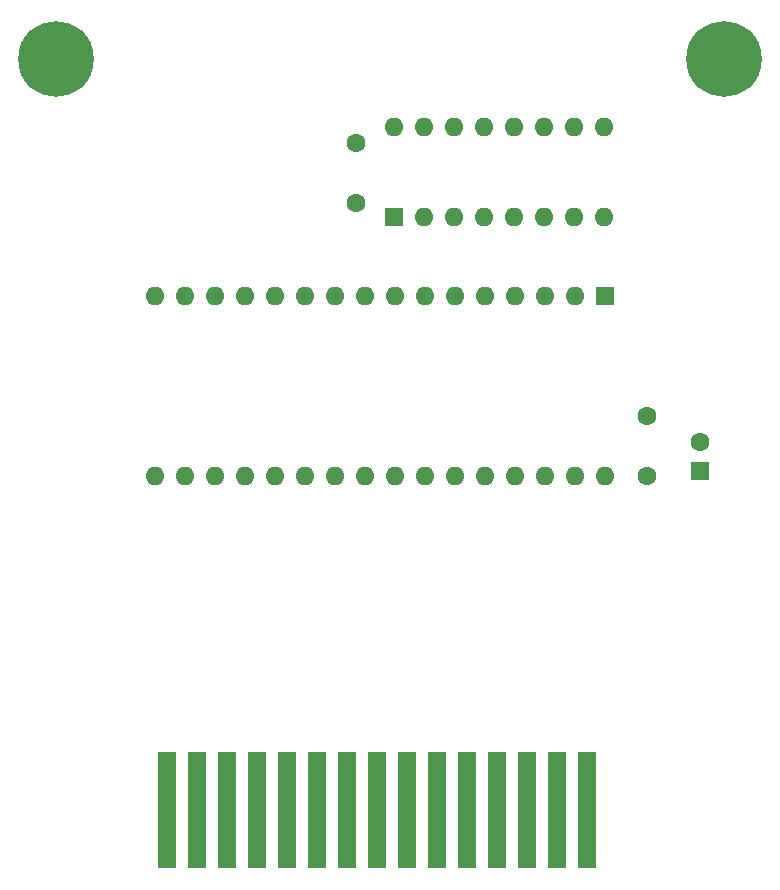
<source format=gbr>
%TF.GenerationSoftware,KiCad,Pcbnew,7.0.11-7.0.11~ubuntu22.04.1*%
%TF.CreationDate,2024-08-09T11:46:46-04:00*%
%TF.ProjectId,colecovision_standard_cart,636f6c65-636f-4766-9973-696f6e5f7374,rev?*%
%TF.SameCoordinates,Original*%
%TF.FileFunction,Soldermask,Bot*%
%TF.FilePolarity,Negative*%
%FSLAX46Y46*%
G04 Gerber Fmt 4.6, Leading zero omitted, Abs format (unit mm)*
G04 Created by KiCad (PCBNEW 7.0.11-7.0.11~ubuntu22.04.1) date 2024-08-09 11:46:46*
%MOMM*%
%LPD*%
G01*
G04 APERTURE LIST*
%ADD10C,1.600000*%
%ADD11C,6.400000*%
%ADD12R,1.600000X1.600000*%
%ADD13O,1.600000X1.600000*%
%ADD14R,1.524000X9.906000*%
G04 APERTURE END LIST*
D10*
%TO.C,C1*%
X160401000Y-96480000D03*
X160401000Y-91480000D03*
%TD*%
%TO.C,C2*%
X135763000Y-73366000D03*
X135763000Y-68366000D03*
%TD*%
D11*
%TO.C,H2*%
X166878000Y-61214000D03*
%TD*%
D12*
%TO.C,U1*%
X138938000Y-74549000D03*
D13*
X141478000Y-74549000D03*
X144018000Y-74549000D03*
X146558000Y-74549000D03*
X149098000Y-74549000D03*
X151638000Y-74549000D03*
X154178000Y-74549000D03*
X156718000Y-74549000D03*
X156718000Y-66929000D03*
X154178000Y-66929000D03*
X151638000Y-66929000D03*
X149098000Y-66929000D03*
X146558000Y-66929000D03*
X144018000Y-66929000D03*
X141478000Y-66929000D03*
X138938000Y-66929000D03*
%TD*%
D12*
%TO.C,U2*%
X156845000Y-81280000D03*
D13*
X154305000Y-81280000D03*
X151765000Y-81280000D03*
X149225000Y-81280000D03*
X146685000Y-81280000D03*
X144145000Y-81280000D03*
X141605000Y-81280000D03*
X139065000Y-81280000D03*
X136525000Y-81280000D03*
X133985000Y-81280000D03*
X131445000Y-81280000D03*
X128905000Y-81280000D03*
X126365000Y-81280000D03*
X123825000Y-81280000D03*
X121285000Y-81280000D03*
X118745000Y-81280000D03*
X118745000Y-96520000D03*
X121285000Y-96520000D03*
X123825000Y-96520000D03*
X126365000Y-96520000D03*
X128905000Y-96520000D03*
X131445000Y-96520000D03*
X133985000Y-96520000D03*
X136525000Y-96520000D03*
X139065000Y-96520000D03*
X141605000Y-96520000D03*
X144145000Y-96520000D03*
X146685000Y-96520000D03*
X149225000Y-96520000D03*
X151765000Y-96520000D03*
X154305000Y-96520000D03*
X156845000Y-96520000D03*
%TD*%
D12*
%TO.C,C10*%
X164846000Y-96099000D03*
D10*
X164846000Y-93599000D03*
%TD*%
D14*
%TO.C,J1*%
X119705000Y-124824000D03*
X122245000Y-124824000D03*
X124785000Y-124824000D03*
X127325000Y-124824000D03*
X129865000Y-124824000D03*
X132405000Y-124824000D03*
X134945000Y-124824000D03*
X137485000Y-124824000D03*
X140025000Y-124824000D03*
X142565000Y-124824000D03*
X145105000Y-124824000D03*
X147645000Y-124824000D03*
X150185000Y-124824000D03*
X152725000Y-124824000D03*
X155265000Y-124824000D03*
%TD*%
D11*
%TO.C,H1*%
X110363000Y-61214000D03*
%TD*%
M02*

</source>
